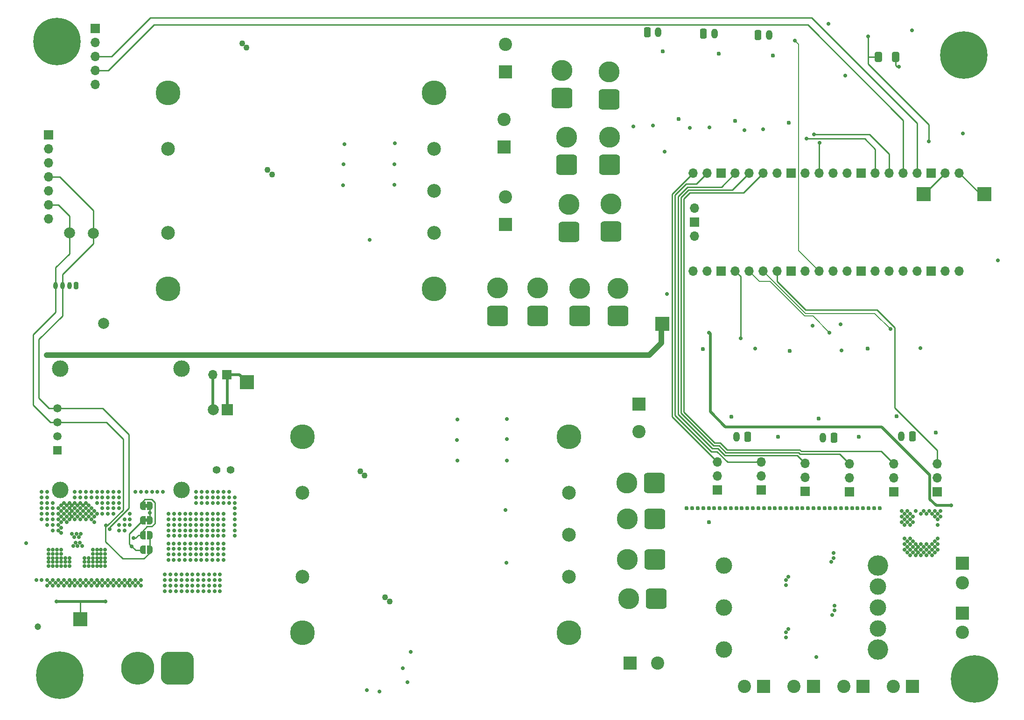
<source format=gbr>
%TF.GenerationSoftware,KiCad,Pcbnew,8.0.8-8.0.8-0~ubuntu22.04.1*%
%TF.CreationDate,2025-01-31T14:52:16-08:00*%
%TF.ProjectId,Backplane_Board,4261636b-706c-4616-9e65-5f426f617264,1*%
%TF.SameCoordinates,Original*%
%TF.FileFunction,Copper,L4,Bot*%
%TF.FilePolarity,Positive*%
%FSLAX46Y46*%
G04 Gerber Fmt 4.6, Leading zero omitted, Abs format (unit mm)*
G04 Created by KiCad (PCBNEW 8.0.8-8.0.8-0~ubuntu22.04.1) date 2025-01-31 14:52:16*
%MOMM*%
%LPD*%
G01*
G04 APERTURE LIST*
G04 Aperture macros list*
%AMRoundRect*
0 Rectangle with rounded corners*
0 $1 Rounding radius*
0 $2 $3 $4 $5 $6 $7 $8 $9 X,Y pos of 4 corners*
0 Add a 4 corners polygon primitive as box body*
4,1,4,$2,$3,$4,$5,$6,$7,$8,$9,$2,$3,0*
0 Add four circle primitives for the rounded corners*
1,1,$1+$1,$2,$3*
1,1,$1+$1,$4,$5*
1,1,$1+$1,$6,$7*
1,1,$1+$1,$8,$9*
0 Add four rect primitives between the rounded corners*
20,1,$1+$1,$2,$3,$4,$5,0*
20,1,$1+$1,$4,$5,$6,$7,0*
20,1,$1+$1,$6,$7,$8,$9,0*
20,1,$1+$1,$8,$9,$2,$3,0*%
%AMFreePoly0*
4,1,19,0.500000,-0.750000,0.000000,-0.750000,0.000000,-0.744911,-0.071157,-0.744911,-0.207708,-0.704816,-0.327430,-0.627875,-0.420627,-0.520320,-0.479746,-0.390866,-0.500000,-0.250000,-0.500000,0.250000,-0.479746,0.390866,-0.420627,0.520320,-0.327430,0.627875,-0.207708,0.704816,-0.071157,0.744911,0.000000,0.744911,0.000000,0.750000,0.500000,0.750000,0.500000,-0.750000,0.500000,-0.750000,
$1*%
%AMFreePoly1*
4,1,19,0.000000,0.744911,0.071157,0.744911,0.207708,0.704816,0.327430,0.627875,0.420627,0.520320,0.479746,0.390866,0.500000,0.250000,0.500000,-0.250000,0.479746,-0.390866,0.420627,-0.520320,0.327430,-0.627875,0.207708,-0.704816,0.071157,-0.744911,0.000000,-0.744911,0.000000,-0.750000,-0.500000,-0.750000,-0.500000,0.750000,0.000000,0.750000,0.000000,0.744911,0.000000,0.744911,
$1*%
G04 Aperture macros list end*
%TA.AperFunction,EtchedComponent*%
%ADD10C,0.000000*%
%TD*%
%TA.AperFunction,ComponentPad*%
%ADD11R,2.400000X2.400000*%
%TD*%
%TA.AperFunction,ComponentPad*%
%ADD12C,2.400000*%
%TD*%
%TA.AperFunction,ComponentPad*%
%ADD13R,1.700000X1.700000*%
%TD*%
%TA.AperFunction,ComponentPad*%
%ADD14O,1.700000X1.700000*%
%TD*%
%TA.AperFunction,ComponentPad*%
%ADD15RoundRect,0.760000X1.140000X1.140000X-1.140000X1.140000X-1.140000X-1.140000X1.140000X-1.140000X0*%
%TD*%
%TA.AperFunction,ComponentPad*%
%ADD16C,3.800000*%
%TD*%
%TA.AperFunction,ComponentPad*%
%ADD17RoundRect,0.250000X0.350000X0.650000X-0.350000X0.650000X-0.350000X-0.650000X0.350000X-0.650000X0*%
%TD*%
%TA.AperFunction,ComponentPad*%
%ADD18O,1.200000X1.800000*%
%TD*%
%TA.AperFunction,ComponentPad*%
%ADD19C,4.500000*%
%TD*%
%TA.AperFunction,ComponentPad*%
%ADD20C,2.500000*%
%TD*%
%TA.AperFunction,ComponentPad*%
%ADD21C,2.000000*%
%TD*%
%TA.AperFunction,ComponentPad*%
%ADD22RoundRect,0.250000X-0.350000X-0.650000X0.350000X-0.650000X0.350000X0.650000X-0.350000X0.650000X0*%
%TD*%
%TA.AperFunction,ComponentPad*%
%ADD23RoundRect,0.760000X1.140000X-1.140000X1.140000X1.140000X-1.140000X1.140000X-1.140000X-1.140000X0*%
%TD*%
%TA.AperFunction,ComponentPad*%
%ADD24C,0.900000*%
%TD*%
%TA.AperFunction,ComponentPad*%
%ADD25C,8.600000*%
%TD*%
%TA.AperFunction,ComponentPad*%
%ADD26R,2.000000X2.000000*%
%TD*%
%TA.AperFunction,ComponentPad*%
%ADD27C,1.400000*%
%TD*%
%TA.AperFunction,ComponentPad*%
%ADD28RoundRect,0.200000X0.200000X0.450000X-0.200000X0.450000X-0.200000X-0.450000X0.200000X-0.450000X0*%
%TD*%
%TA.AperFunction,ComponentPad*%
%ADD29O,0.800000X1.300000*%
%TD*%
%TA.AperFunction,ComponentPad*%
%ADD30RoundRect,1.500000X1.500000X1.500000X-1.500000X1.500000X-1.500000X-1.500000X1.500000X-1.500000X0*%
%TD*%
%TA.AperFunction,ComponentPad*%
%ADD31C,6.000000*%
%TD*%
%TA.AperFunction,ComponentPad*%
%ADD32R,1.508000X1.508000*%
%TD*%
%TA.AperFunction,ComponentPad*%
%ADD33C,1.508000*%
%TD*%
%TA.AperFunction,ComponentPad*%
%ADD34C,3.000000*%
%TD*%
%TA.AperFunction,SMDPad,CuDef*%
%ADD35R,2.500000X2.500000*%
%TD*%
%TA.AperFunction,ComponentPad*%
%ADD36C,3.700000*%
%TD*%
%TA.AperFunction,SMDPad,CuDef*%
%ADD37RoundRect,0.250000X-0.412500X-0.650000X0.412500X-0.650000X0.412500X0.650000X-0.412500X0.650000X0*%
%TD*%
%TA.AperFunction,SMDPad,CuDef*%
%ADD38FreePoly0,0.000000*%
%TD*%
%TA.AperFunction,SMDPad,CuDef*%
%ADD39FreePoly1,0.000000*%
%TD*%
%TA.AperFunction,ViaPad*%
%ADD40C,0.700000*%
%TD*%
%TA.AperFunction,ViaPad*%
%ADD41C,1.100000*%
%TD*%
%TA.AperFunction,ViaPad*%
%ADD42C,0.770000*%
%TD*%
%TA.AperFunction,ViaPad*%
%ADD43C,1.200000*%
%TD*%
%TA.AperFunction,Conductor*%
%ADD44C,0.500000*%
%TD*%
%TA.AperFunction,Conductor*%
%ADD45C,0.260000*%
%TD*%
%TA.AperFunction,Conductor*%
%ADD46C,1.000000*%
%TD*%
%TA.AperFunction,Conductor*%
%ADD47C,0.160000*%
%TD*%
%TA.AperFunction,Conductor*%
%ADD48C,0.200000*%
%TD*%
G04 APERTURE END LIST*
D10*
%TA.AperFunction,EtchedComponent*%
%TO.C,JP4*%
G36*
X54200000Y-113850000D02*
G01*
X53700000Y-113850000D01*
X53700000Y-113250000D01*
X54200000Y-113250000D01*
X54200000Y-113850000D01*
G37*
%TD.AperFunction*%
%TA.AperFunction,EtchedComponent*%
%TO.C,JP3*%
G36*
X54200000Y-116450000D02*
G01*
X53700000Y-116450000D01*
X53700000Y-115850000D01*
X54200000Y-115850000D01*
X54200000Y-116450000D01*
G37*
%TD.AperFunction*%
%TD*%
D11*
%TO.P,J8,1,Pin_1*%
%TO.N,GND*%
X202000000Y-124000000D03*
D12*
%TO.P,J8,2,Pin_2*%
%TO.N,+5V*%
X202000000Y-127500000D03*
%TD*%
D11*
%TO.P,C8,1*%
%TO.N,12V_ESC*%
X119100000Y-62500000D03*
D12*
%TO.P,C8,2*%
%TO.N,GND*%
X119100000Y-57500000D03*
%TD*%
D11*
%TO.P,C13,1*%
%TO.N,+12V*%
X141700000Y-142100000D03*
D12*
%TO.P,C13,2*%
%TO.N,GND*%
X146700000Y-142100000D03*
%TD*%
D11*
%TO.P,J19,1,Pin_1*%
%TO.N,GND*%
X192975000Y-146300000D03*
D12*
%TO.P,J19,2,Pin_2*%
%TO.N,+5V*%
X189475000Y-146300000D03*
%TD*%
D13*
%TO.P,J27,1,Pin_1*%
%TO.N,GND*%
X197450000Y-111000000D03*
D14*
%TO.P,J27,2,Pin_2*%
%TO.N,Net-(J27-Pin_2)*%
X197450000Y-108460000D03*
%TO.P,J27,3,Pin_3*%
%TO.N,SERVO0*%
X197450000Y-105920000D03*
%TD*%
D15*
%TO.P,J25,1,Pin_1*%
%TO.N,GND*%
X146100000Y-109400000D03*
D16*
%TO.P,J25,2,Pin_2*%
%TO.N,+12V*%
X141100000Y-109400000D03*
%TD*%
D17*
%TO.P,J42,1,Pin_1*%
%TO.N,Net-(D25-K)*%
X178697500Y-101187500D03*
D18*
%TO.P,J42,2,Pin_2*%
%TO.N,Net-(D25-A)*%
X176697500Y-101187500D03*
%TD*%
D19*
%TO.P,U3,1,+In*%
%TO.N,60V*%
X57895000Y-74155000D03*
D20*
%TO.P,U3,2,RC*%
%TO.N,KillSW*%
X57895000Y-63995000D03*
%TO.P,U3,3,Case*%
%TO.N,unconnected-(U3-Case-Pad3)*%
X57895000Y-48755000D03*
D19*
%TO.P,U3,4,-In*%
%TO.N,GND*%
X57895000Y-38595000D03*
%TO.P,U3,5,-Out*%
X106195000Y-38595000D03*
D20*
%TO.P,U3,6,-Sense*%
X106195000Y-48755000D03*
%TO.P,U3,7,V_adj*%
%TO.N,Net-(U3-V_adj)*%
X106195000Y-56375000D03*
%TO.P,U3,8,+Sense*%
%TO.N,12V_ESC*%
X106195000Y-63995000D03*
D19*
%TO.P,U3,9,+Out*%
X106195000Y-74155000D03*
%TD*%
D21*
%TO.P,TP8,1,1*%
%TO.N,GND*%
X46200000Y-80430000D03*
%TD*%
D11*
%TO.P,J20,1,Pin_1*%
%TO.N,GND*%
X174975000Y-146300000D03*
D12*
%TO.P,J20,2,Pin_2*%
%TO.N,+5V*%
X171475000Y-146300000D03*
%TD*%
D22*
%TO.P,J37,1,Pin_1*%
%TO.N,Net-(D14-K)*%
X164927187Y-28087262D03*
D18*
%TO.P,J37,2,Pin_2*%
%TO.N,Net-(D14-A)*%
X166927187Y-28087262D03*
%TD*%
D13*
%TO.P,J35,1,Pin_1*%
%TO.N,GND*%
X165525000Y-110712500D03*
D14*
%TO.P,J35,2,Pin_2*%
%TO.N,Net-(J35-Pin_2)*%
X165525000Y-108172500D03*
%TO.P,J35,3,Pin_3*%
%TO.N,SERVO4*%
X165525000Y-105632500D03*
%TD*%
D13*
%TO.P,J36,1,Pin_1*%
%TO.N,GND*%
X173500000Y-110925000D03*
D14*
%TO.P,J36,2,Pin_2*%
%TO.N,Net-(J36-Pin_2)*%
X173500000Y-108385000D03*
%TO.P,J36,3,Pin_3*%
%TO.N,SERVO3*%
X173500000Y-105845000D03*
%TD*%
D23*
%TO.P,J15,1,Pin_1*%
%TO.N,GND*%
X124950000Y-79050000D03*
D16*
%TO.P,J15,2,Pin_2*%
%TO.N,12V_ESC*%
X124950000Y-74050000D03*
%TD*%
D17*
%TO.P,J41,1,Pin_1*%
%TO.N,Net-(D24-K)*%
X192925037Y-100900000D03*
D18*
%TO.P,J41,2,Pin_2*%
%TO.N,Net-(D24-A)*%
X190925037Y-100900000D03*
%TD*%
D23*
%TO.P,J17,1,Pin_1*%
%TO.N,GND*%
X139550000Y-79075000D03*
D16*
%TO.P,J17,2,Pin_2*%
%TO.N,12V_ESC*%
X139550000Y-74075000D03*
%TD*%
D21*
%TO.P,TP1,1,1*%
%TO.N,I2C+*%
X44325000Y-64125000D03*
%TD*%
D24*
%TO.P,H2,1,1*%
%TO.N,GND*%
X199055419Y-31719581D03*
X200000000Y-29439162D03*
X200000000Y-34000000D03*
X202280419Y-28494581D03*
D25*
X202280419Y-31719581D03*
D24*
X202280419Y-34944581D03*
X204560838Y-29439162D03*
X204560838Y-34000000D03*
X205505419Y-31719581D03*
%TD*%
D11*
%TO.P,J6,1,Pin_1*%
%TO.N,GND*%
X202000000Y-133000000D03*
D12*
%TO.P,J6,2,Pin_2*%
%TO.N,+5V*%
X202000000Y-136500000D03*
%TD*%
D23*
%TO.P,J9,1,Pin_1*%
%TO.N,GND*%
X138250000Y-63800000D03*
D16*
%TO.P,J9,2,Pin_2*%
%TO.N,12V_ESC*%
X138250000Y-58800000D03*
%TD*%
D26*
%TO.P,SW1,1,A*%
%TO.N,KillSW*%
X68625000Y-96075000D03*
D21*
%TO.P,SW1,2,B*%
%TO.N,GND*%
X66085000Y-96075000D03*
%TD*%
D13*
%TO.P,J29,1,Pin_1*%
%TO.N,GND*%
X181500000Y-111000000D03*
D14*
%TO.P,J29,2,Pin_2*%
%TO.N,Net-(J29-Pin_2)*%
X181500000Y-108460000D03*
%TO.P,J29,3,Pin_3*%
%TO.N,SERVO2*%
X181500000Y-105920000D03*
%TD*%
D27*
%TO.P,J26,1,Pin_1*%
%TO.N,60V*%
X69250000Y-107000000D03*
%TO.P,J26,2,Pin_2*%
%TO.N,GND*%
X66710000Y-107000000D03*
%TD*%
D28*
%TO.P,J31,1,Pin_1*%
%TO.N,GND*%
X41250000Y-73600000D03*
D29*
%TO.P,J31,2,Pin_2*%
%TO.N,+3.3V*%
X40000000Y-73600000D03*
%TO.P,J31,3,Pin_3*%
%TO.N,I2C+*%
X38750000Y-73600000D03*
%TO.P,J31,4,Pin_4*%
%TO.N,I2C-*%
X37500000Y-73600000D03*
%TD*%
D19*
%TO.P,U4,1,+In*%
%TO.N,60V*%
X82300000Y-136580000D03*
D20*
%TO.P,U4,2,RC*%
%TO.N,GND*%
X82300000Y-126420000D03*
%TO.P,U4,3,Case*%
%TO.N,unconnected-(U4-Case-Pad3)*%
X82300000Y-111180000D03*
D19*
%TO.P,U4,4,-In*%
%TO.N,GND*%
X82300000Y-101020000D03*
%TO.P,U4,5,-Out*%
X130600000Y-101020000D03*
D20*
%TO.P,U4,6,-Sense*%
X130600000Y-111180000D03*
%TO.P,U4,7,V_adj*%
%TO.N,Net-(U4-V_adj)*%
X130600000Y-118800000D03*
%TO.P,U4,8,+Sense*%
%TO.N,+12V*%
X130600000Y-126420000D03*
D19*
%TO.P,U4,9,+Out*%
X130600000Y-136580000D03*
%TD*%
D13*
%TO.P,J4,1,Pin_1*%
%TO.N,+3.3V*%
X36200000Y-46260000D03*
D14*
%TO.P,J4,2,Pin_2*%
%TO.N,unconnected-(J4-Pin_2-Pad2)*%
X36200000Y-48800000D03*
%TO.P,J4,3,Pin_3*%
%TO.N,GND*%
X36200000Y-51340000D03*
%TO.P,J4,4,Pin_4*%
%TO.N,I2C+*%
X36200000Y-53880000D03*
%TO.P,J4,5,Pin_5*%
%TO.N,unconnected-(J4-Pin_5-Pad5)*%
X36200000Y-56420000D03*
%TO.P,J4,6,Pin_6*%
%TO.N,I2C-*%
X36200000Y-58960000D03*
%TO.P,J4,7,Pin_7*%
%TO.N,unconnected-(J4-Pin_7-Pad7)*%
X36200000Y-61500000D03*
%TD*%
D23*
%TO.P,J16,1,Pin_1*%
%TO.N,GND*%
X132600000Y-79100000D03*
D16*
%TO.P,J16,2,Pin_2*%
%TO.N,12V_ESC*%
X132600000Y-74100000D03*
%TD*%
D11*
%TO.P,J21,1,Pin_1*%
%TO.N,GND*%
X165975000Y-146300000D03*
D12*
%TO.P,J21,2,Pin_2*%
%TO.N,+5V*%
X162475000Y-146300000D03*
%TD*%
D15*
%TO.P,J22,1,Pin_1*%
%TO.N,GND*%
X146450000Y-130375000D03*
D16*
%TO.P,J22,2,Pin_2*%
%TO.N,+12V*%
X141450000Y-130375000D03*
%TD*%
D13*
%TO.P,J34,1,Pin_1*%
%TO.N,GND*%
X157575000Y-110650000D03*
D14*
%TO.P,J34,2,Pin_2*%
%TO.N,Net-(J34-Pin_2)*%
X157575000Y-108110000D03*
%TO.P,J34,3,Pin_3*%
%TO.N,SERVO5*%
X157575000Y-105570000D03*
%TD*%
D15*
%TO.P,J24,1,Pin_1*%
%TO.N,GND*%
X146200000Y-115881600D03*
D16*
%TO.P,J24,2,Pin_2*%
%TO.N,+12V*%
X141200000Y-115881600D03*
%TD*%
D15*
%TO.P,J23,1,Pin_1*%
%TO.N,GND*%
X146224600Y-123300000D03*
D16*
%TO.P,J23,2,Pin_2*%
%TO.N,+12V*%
X141224600Y-123300000D03*
%TD*%
D13*
%TO.P,J28,1,Pin_1*%
%TO.N,GND*%
X189550000Y-111000000D03*
D14*
%TO.P,J28,2,Pin_2*%
%TO.N,Net-(J28-Pin_2)*%
X189550000Y-108460000D03*
%TO.P,J28,3,Pin_3*%
%TO.N,SERVO1*%
X189550000Y-105920000D03*
%TD*%
D23*
%TO.P,J12,1,Pin_1*%
%TO.N,GND*%
X137975000Y-51625000D03*
D16*
%TO.P,J12,2,Pin_2*%
%TO.N,12V_ESC*%
X137975000Y-46625000D03*
%TD*%
D11*
%TO.P,J7,1,Pin_1*%
%TO.N,GND*%
X183975000Y-146300000D03*
D12*
%TO.P,J7,2,Pin_2*%
%TO.N,+5V*%
X180475000Y-146300000D03*
%TD*%
D24*
%TO.P,H4,1,1*%
%TO.N,GND*%
X34494581Y-29280419D03*
X35439162Y-27000000D03*
X35439162Y-31560838D03*
X37719581Y-26055419D03*
D25*
X37719581Y-29280419D03*
D24*
X37719581Y-32505419D03*
X40000000Y-27000000D03*
X40000000Y-31560838D03*
X40944581Y-29280419D03*
%TD*%
%TO.P,H1,1,1*%
%TO.N,GND*%
X201000000Y-145000000D03*
X201944581Y-142719581D03*
X201944581Y-147280419D03*
X204225000Y-141775000D03*
D25*
X204225000Y-145000000D03*
D24*
X204225000Y-148225000D03*
X206505419Y-142719581D03*
X206505419Y-147280419D03*
X207450000Y-145000000D03*
%TD*%
D11*
%TO.P,C14,1*%
%TO.N,+12V*%
X143300000Y-95050000D03*
D12*
%TO.P,C14,2*%
%TO.N,GND*%
X143300000Y-100050000D03*
%TD*%
D17*
%TO.P,J40,1,Pin_1*%
%TO.N,Net-(D21-K)*%
X163019925Y-101000000D03*
D18*
%TO.P,J40,2,Pin_2*%
%TO.N,Net-(D21-A)*%
X161019925Y-101000000D03*
%TD*%
D21*
%TO.P,TP2,1,1*%
%TO.N,I2C-*%
X40000000Y-64000000D03*
%TD*%
D13*
%TO.P,J5,1,Pin_1*%
%TO.N,KillSW*%
X68555000Y-89775000D03*
D14*
%TO.P,J5,2,Pin_2*%
%TO.N,GND*%
X66015000Y-89775000D03*
%TD*%
%TO.P,U6,1,GPIO0*%
%TO.N,UART(TX)*%
X201445000Y-53170000D03*
%TO.P,U6,2,GPIO1*%
%TO.N,UART(RX)*%
X198905000Y-53170000D03*
D13*
%TO.P,U6,3,GND*%
%TO.N,GND*%
X196365000Y-53170000D03*
D14*
%TO.P,U6,4,GPIO2*%
%TO.N,I2C+*%
X193825000Y-53170000D03*
%TO.P,U6,5,GPIO3*%
%TO.N,I2C-*%
X191285000Y-53170000D03*
%TO.P,U6,6,GPIO4*%
%TO.N,SW2*%
X188745000Y-53170000D03*
%TO.P,U6,7,GPIO5*%
%TO.N,SW0*%
X186205000Y-53170000D03*
D13*
%TO.P,U6,8,GND*%
%TO.N,GND*%
X183665000Y-53170000D03*
D14*
%TO.P,U6,9,GPIO6*%
%TO.N,SCK*%
X181125000Y-53170000D03*
%TO.P,U6,10,GPIO7*%
%TO.N,MOSI*%
X178585000Y-53170000D03*
%TO.P,U6,11,GPIO8*%
%TO.N,MISO*%
X176045000Y-53170000D03*
%TO.P,U6,12,GPIO9*%
%TO.N,CS*%
X173505000Y-53170000D03*
D13*
%TO.P,U6,13,GND*%
%TO.N,GND*%
X170965000Y-53170000D03*
D14*
%TO.P,U6,14,GPIO10*%
%TO.N,SW1*%
X168425000Y-53170000D03*
%TO.P,U6,15,GPIO11*%
%TO.N,SERVO1*%
X165885000Y-53170000D03*
%TO.P,U6,16,GPIO12*%
%TO.N,SERVO2*%
X163345000Y-53170000D03*
%TO.P,U6,17,GPIO13*%
%TO.N,SERVO3*%
X160805000Y-53170000D03*
D13*
%TO.P,U6,18,GND*%
%TO.N,GND*%
X158265000Y-53170000D03*
D14*
%TO.P,U6,19,GPIO14*%
%TO.N,SERVO4*%
X155725000Y-53170000D03*
%TO.P,U6,20,GPIO15*%
%TO.N,SERVO5*%
X153185000Y-53170000D03*
%TO.P,U6,21,GPIO16*%
%TO.N,esc_status*%
X153185000Y-70950000D03*
%TO.P,U6,22,GPIO17*%
%TO.N,ALERT*%
X155725000Y-70950000D03*
D13*
%TO.P,U6,23,GND*%
%TO.N,GND*%
X158265000Y-70950000D03*
D14*
%TO.P,U6,24,GPIO18*%
%TO.N,SW5*%
X160805000Y-70950000D03*
%TO.P,U6,25,GPIO19*%
%TO.N,SW4*%
X163345000Y-70950000D03*
%TO.P,U6,26,GPIO20*%
%TO.N,SW3*%
X165885000Y-70950000D03*
%TO.P,U6,27,GPIO21*%
%TO.N,SERVO0*%
X168425000Y-70950000D03*
D13*
%TO.P,U6,28,GND*%
%TO.N,GND*%
X170965000Y-70950000D03*
D14*
%TO.P,U6,29,GPIO22*%
%TO.N,Net-(U6-GPIO22)*%
X173505000Y-70950000D03*
%TO.P,U6,30,RUN*%
%TO.N,RUN*%
X176045000Y-70950000D03*
%TO.P,U6,31,GPIO26_ADC0*%
%TO.N,Net-(U6-GPIO26_ADC0)*%
X178585000Y-70950000D03*
%TO.P,U6,32,GPIO27_ADC1*%
%TO.N,unconnected-(U6-GPIO27_ADC1-Pad32)*%
X181125000Y-70950000D03*
D13*
%TO.P,U6,33,AGND*%
%TO.N,GND*%
X183665000Y-70950000D03*
D14*
%TO.P,U6,34,GPIO28_ADC2*%
%TO.N,unconnected-(U6-GPIO28_ADC2-Pad34)_1*%
X186205000Y-70950000D03*
%TO.P,U6,35,ADC_VREF*%
%TO.N,unconnected-(U6-ADC_VREF-Pad35)*%
X188745000Y-70950000D03*
%TO.P,U6,36,3V3*%
%TO.N,+3.3V*%
X191285000Y-70950000D03*
%TO.P,U6,37,3V3_EN*%
%TO.N,unconnected-(U6-3V3_EN-Pad37)*%
X193825000Y-70950000D03*
D13*
%TO.P,U6,38,GND*%
%TO.N,GND*%
X196365000Y-70950000D03*
D14*
%TO.P,U6,39,VSYS*%
%TO.N,Net-(D6-K)*%
X198905000Y-70950000D03*
%TO.P,U6,40,VBUS*%
%TO.N,unconnected-(U6-VBUS-Pad40)_1*%
X201445000Y-70950000D03*
%TO.P,U6,41,SWCLK*%
%TO.N,/BoardBoardConnections/DEBUG+*%
X153415000Y-59520000D03*
D13*
%TO.P,U6,42,GND*%
%TO.N,GND*%
X153415000Y-62060000D03*
D14*
%TO.P,U6,43,SWDIO*%
%TO.N,/BoardBoardConnections/DEBUG-*%
X153415000Y-64600000D03*
%TD*%
D13*
%TO.P,J32,1,Pin_1*%
%TO.N,+3.3V*%
X44700000Y-26935000D03*
D14*
%TO.P,J32,2,Pin_2*%
%TO.N,RUN*%
X44700000Y-29475000D03*
%TO.P,J32,3,Pin_3*%
%TO.N,I2C+*%
X44700000Y-32015000D03*
%TO.P,J32,4,Pin_4*%
%TO.N,I2C-*%
X44700000Y-34555000D03*
%TO.P,J32,5,Pin_5*%
%TO.N,GND*%
X44700000Y-37095000D03*
%TD*%
D11*
%TO.P,C7,1*%
%TO.N,12V_ESC*%
X118900000Y-48415216D03*
D12*
%TO.P,C7,2*%
%TO.N,GND*%
X118900000Y-43415216D03*
%TD*%
D30*
%TO.P,J3,1,Pin_1*%
%TO.N,GND*%
X59600000Y-143000000D03*
D31*
%TO.P,J3,2,Pin_2*%
%TO.N,PWR_IN*%
X52400000Y-143000000D03*
%TD*%
D24*
%TO.P,H3,1,1*%
%TO.N,GND*%
X35055419Y-144280419D03*
X36000000Y-142000000D03*
X36000000Y-146560838D03*
X38280419Y-141055419D03*
D25*
X38280419Y-144280419D03*
D24*
X38280419Y-147505419D03*
X40560838Y-142000000D03*
X40560838Y-146560838D03*
X41505419Y-144280419D03*
%TD*%
D32*
%TO.P,Brd1,1,GND*%
%TO.N,GND*%
X37875000Y-103460000D03*
D33*
%TO.P,Brd1,2,VCC*%
%TO.N,+3.3V*%
X37875000Y-100920000D03*
%TO.P,Brd1,3,SCL*%
%TO.N,I2C-*%
X37875000Y-98380000D03*
%TO.P,Brd1,4,SDA*%
%TO.N,I2C+*%
X37875000Y-95840000D03*
D34*
%TO.P,Brd1,S1*%
%TO.N,N/C*%
X38375000Y-110650000D03*
%TO.P,Brd1,S2*%
X38375000Y-88650000D03*
%TO.P,Brd1,S3*%
X60375000Y-88650000D03*
%TO.P,Brd1,S4*%
X60375000Y-110650000D03*
%TD*%
D23*
%TO.P,J10,1,Pin_1*%
%TO.N,GND*%
X130600000Y-63875000D03*
D16*
%TO.P,J10,2,Pin_2*%
%TO.N,12V_ESC*%
X130600000Y-58875000D03*
%TD*%
D23*
%TO.P,J18,1,Pin_1*%
%TO.N,GND*%
X137900000Y-39800000D03*
D16*
%TO.P,J18,2,Pin_2*%
%TO.N,12V_ESC*%
X137900000Y-34800000D03*
%TD*%
D23*
%TO.P,J11,1,Pin_1*%
%TO.N,GND*%
X129325000Y-39525000D03*
D16*
%TO.P,J11,2,Pin_2*%
%TO.N,12V_ESC*%
X129325000Y-34525000D03*
%TD*%
D23*
%TO.P,J13,1,Pin_1*%
%TO.N,GND*%
X130175000Y-51625000D03*
D16*
%TO.P,J13,2,Pin_2*%
%TO.N,12V_ESC*%
X130175000Y-46625000D03*
%TD*%
D23*
%TO.P,J14,1,Pin_1*%
%TO.N,GND*%
X117700000Y-79050000D03*
D16*
%TO.P,J14,2,Pin_2*%
%TO.N,12V_ESC*%
X117700000Y-74050000D03*
%TD*%
D22*
%TO.P,J38,1,Pin_1*%
%TO.N,Net-(D15-K)*%
X155025000Y-27900000D03*
D18*
%TO.P,J38,2,Pin_2*%
%TO.N,Net-(D15-A)*%
X157025000Y-27900000D03*
%TD*%
D22*
%TO.P,J39,1,Pin_1*%
%TO.N,Net-(D16-K)*%
X144841250Y-27581325D03*
D18*
%TO.P,J39,2,Pin_2*%
%TO.N,Net-(D16-A)*%
X146841250Y-27581325D03*
%TD*%
D11*
%TO.P,C6,1*%
%TO.N,12V_ESC*%
X119100000Y-34815216D03*
D12*
%TO.P,C6,2*%
%TO.N,GND*%
X119100000Y-29815216D03*
%TD*%
D35*
%TO.P,TP7,1,1*%
%TO.N,+3.3V*%
X147599400Y-80543400D03*
%TD*%
D34*
%TO.P,U5,1,+VIN*%
%TO.N,+12V*%
X158725000Y-139590000D03*
%TO.P,U5,2,ON/OFF*%
%TO.N,GND*%
X158725000Y-131970000D03*
%TO.P,U5,3,-VIN*%
X158725000Y-124350000D03*
D36*
%TO.P,U5,4,-VO*%
X186665000Y-124350000D03*
D34*
%TO.P,U5,5,SENSE*%
X186665000Y-128160000D03*
%TO.P,U5,6,TRIM*%
%TO.N,Net-(U5-TRIM)*%
X186665000Y-131970000D03*
%TO.P,U5,7,SENSE*%
%TO.N,+5V*%
X186665000Y-135780000D03*
D36*
%TO.P,U5,8,+VO*%
X186665000Y-139590000D03*
%TD*%
D35*
%TO.P,TP6,1,1*%
%TO.N,KillSW*%
X72212200Y-91109800D03*
%TD*%
%TO.P,TP5,1,1*%
%TO.N,Net-(D1-A)*%
X41986200Y-134162800D03*
%TD*%
%TO.P,TP3,1,1*%
%TO.N,UART(TX)*%
X206000000Y-57000000D03*
%TD*%
D37*
%TO.P,C27,1*%
%TO.N,+3.3V*%
X186775000Y-32100000D03*
%TO.P,C27,2*%
%TO.N,GND*%
X189900000Y-32100000D03*
%TD*%
D38*
%TO.P,JP4,1,A*%
%TO.N,A0*%
X53300000Y-113550000D03*
D39*
%TO.P,JP4,2,B*%
%TO.N,GND*%
X54600000Y-113550000D03*
%TD*%
D38*
%TO.P,JP2,1,A*%
%TO.N,A0*%
X53300000Y-118850000D03*
D39*
%TO.P,JP2,2,B*%
%TO.N,I2C-*%
X54600000Y-118850000D03*
%TD*%
D38*
%TO.P,JP1,1,A*%
%TO.N,A1*%
X53300000Y-121550000D03*
D39*
%TO.P,JP1,2,B*%
%TO.N,I2C-*%
X54600000Y-121550000D03*
%TD*%
D38*
%TO.P,JP3,1,A*%
%TO.N,A1*%
X53300000Y-116150000D03*
D39*
%TO.P,JP3,2,B*%
%TO.N,GND*%
X54600000Y-116150000D03*
%TD*%
D35*
%TO.P,TP4,1,1*%
%TO.N,UART(RX)*%
X195000000Y-57000000D03*
%TD*%
D40*
%TO.N,60V*%
X43000000Y-115000000D03*
X40000000Y-113000000D03*
X46000000Y-111000000D03*
X68000000Y-112000000D03*
X70000000Y-116000000D03*
X70000000Y-118000000D03*
X40500000Y-115500000D03*
X50000000Y-116000000D03*
X65000000Y-117000000D03*
D41*
X75979754Y-52579754D03*
D40*
X68000000Y-118000000D03*
X66000000Y-112000000D03*
X36000000Y-114000000D03*
X38000000Y-116000000D03*
X65000000Y-112000000D03*
X53000000Y-111000000D03*
X35000000Y-115000000D03*
X69000000Y-112000000D03*
X64000000Y-116000000D03*
X61000000Y-115000000D03*
X67000000Y-112000000D03*
X41000000Y-114000000D03*
X42500000Y-115500000D03*
X63000000Y-117000000D03*
X46000000Y-113000000D03*
X51000000Y-117000000D03*
X44000000Y-114000000D03*
X49000000Y-118000000D03*
X38500000Y-114500000D03*
X70000000Y-117000000D03*
X54000000Y-111000000D03*
X52000000Y-111000000D03*
X35000000Y-112000000D03*
X70000000Y-115000000D03*
X35000000Y-111000000D03*
X38500000Y-115500000D03*
X67000000Y-111000000D03*
X69000000Y-113000000D03*
X37000000Y-113000000D03*
X70000000Y-112000000D03*
X51000000Y-115000000D03*
X66000000Y-115000000D03*
X96261800Y-147238200D03*
X61000000Y-117000000D03*
X66000000Y-113000000D03*
X40500000Y-118600000D03*
X57000000Y-111000000D03*
X63000000Y-112000000D03*
X38500000Y-117500000D03*
X42100000Y-118600000D03*
X38500000Y-118500000D03*
X49000000Y-111000000D03*
X50000000Y-117000000D03*
X64000000Y-119000000D03*
X67000000Y-115000000D03*
X41000000Y-111000000D03*
X62000000Y-117000000D03*
X43500000Y-113500000D03*
X39500000Y-116500000D03*
X68000000Y-111000000D03*
X58000000Y-116000000D03*
D41*
X97282500Y-130107500D03*
D40*
X67000000Y-117000000D03*
X59000000Y-116000000D03*
X43500000Y-114500000D03*
X62000000Y-116000000D03*
X35000000Y-114000000D03*
X45000000Y-115000000D03*
X67000000Y-116000000D03*
X60000000Y-116000000D03*
X62000000Y-118000000D03*
X38000000Y-114000000D03*
X59000000Y-118000000D03*
X45000000Y-112000000D03*
X59000000Y-119000000D03*
X39000000Y-114000000D03*
X48000000Y-111000000D03*
X39000000Y-113000000D03*
X48000000Y-114000000D03*
X39500000Y-113500000D03*
X35000000Y-113000000D03*
X39000000Y-116000000D03*
X64000000Y-111000000D03*
X46000000Y-115000000D03*
X63000000Y-116000000D03*
X66000000Y-116000000D03*
X65000000Y-111000000D03*
X61000000Y-119000000D03*
X37000000Y-118000000D03*
X45000000Y-111000000D03*
X36000000Y-115000000D03*
X42000000Y-114000000D03*
X42000000Y-116000000D03*
X60000000Y-117000000D03*
X38000000Y-118000000D03*
X64000000Y-112000000D03*
X40000000Y-114000000D03*
X59000000Y-115000000D03*
X41000000Y-116000000D03*
X61000000Y-116000000D03*
X60000000Y-118000000D03*
X65000000Y-115000000D03*
X62000000Y-119000000D03*
X48000000Y-115000000D03*
X42500000Y-114500000D03*
X67000000Y-119000000D03*
X66000000Y-119000000D03*
X41000000Y-112000000D03*
X49000000Y-113000000D03*
X59000000Y-117000000D03*
X63000000Y-115000000D03*
X66000000Y-117000000D03*
X36000000Y-112000000D03*
X48000000Y-113000000D03*
X46000000Y-114000000D03*
X63000000Y-111000000D03*
X40900000Y-119200000D03*
X38000000Y-117000000D03*
X51000000Y-116000000D03*
X50000000Y-118000000D03*
X43500000Y-115500000D03*
X43000000Y-112000000D03*
X64000000Y-113000000D03*
X41500000Y-115500000D03*
X49000000Y-112000000D03*
X58000000Y-115000000D03*
X41000000Y-115000000D03*
X70000000Y-114000000D03*
D41*
X98102745Y-130927745D03*
D40*
X41700000Y-119200000D03*
X66000000Y-118000000D03*
X44000000Y-115000000D03*
X63000000Y-113000000D03*
X41300000Y-118600000D03*
X36000000Y-113000000D03*
X37000000Y-116000000D03*
X41500000Y-114500000D03*
X47000000Y-113000000D03*
X68000000Y-113000000D03*
X44000000Y-116000000D03*
X43000000Y-113000000D03*
X36000000Y-111000000D03*
X64000000Y-118000000D03*
X41000000Y-113000000D03*
X70000000Y-119000000D03*
X60000000Y-115000000D03*
X36000000Y-117000000D03*
X47000000Y-112000000D03*
X58000000Y-118000000D03*
X37000000Y-117000000D03*
X43000000Y-114000000D03*
X42000000Y-113000000D03*
X37000000Y-114000000D03*
X69000000Y-111000000D03*
X40000000Y-116000000D03*
X68000000Y-116000000D03*
X58000000Y-119000000D03*
X68000000Y-117000000D03*
X44500000Y-116500000D03*
X39500000Y-115500000D03*
X67000000Y-113000000D03*
X48000000Y-112000000D03*
X64000000Y-117000000D03*
X60000000Y-119000000D03*
X45000000Y-113000000D03*
X44500000Y-115500000D03*
X43000000Y-111000000D03*
X65000000Y-118000000D03*
X68000000Y-115000000D03*
X61000000Y-118000000D03*
X44000000Y-111000000D03*
X43000000Y-116000000D03*
X49000000Y-114000000D03*
X63000000Y-118000000D03*
X49000000Y-117000000D03*
X63000000Y-119000000D03*
X40000000Y-115000000D03*
X37000000Y-115000000D03*
X38500000Y-116500000D03*
X38500000Y-113500000D03*
D41*
X76800000Y-53400000D03*
D40*
X65000000Y-119000000D03*
X62000000Y-115000000D03*
X39500000Y-114500000D03*
X38000000Y-115000000D03*
X42000000Y-115000000D03*
X47000000Y-115000000D03*
X46000000Y-112000000D03*
X47000000Y-114000000D03*
X70000000Y-113000000D03*
X67000000Y-118000000D03*
X47000000Y-111000000D03*
X39000000Y-115000000D03*
X41500000Y-113500000D03*
X55000000Y-111000000D03*
X65000000Y-116000000D03*
X35000000Y-116000000D03*
X42500000Y-113500000D03*
X40500000Y-114500000D03*
X44000000Y-112000000D03*
X68000000Y-119000000D03*
X36000000Y-116000000D03*
X44500000Y-114500000D03*
X66000000Y-111000000D03*
X64000000Y-115000000D03*
X40500000Y-113500000D03*
X56000000Y-111000000D03*
X58000000Y-117000000D03*
X65000000Y-113000000D03*
X42000000Y-112000000D03*
X42000000Y-111000000D03*
%TO.N,GND*%
X119275000Y-123900000D03*
X164407406Y-84975000D03*
D42*
X170554762Y-44059687D03*
D40*
X170025000Y-137450000D03*
D42*
X160748712Y-43723713D03*
D40*
X94500000Y-65250000D03*
D42*
X156000000Y-116500000D03*
D40*
X148425000Y-75125000D03*
X32200000Y-120300000D03*
X89875000Y-47900000D03*
X54600000Y-114850000D03*
X170412500Y-135912500D03*
D42*
X147641250Y-31081325D03*
D40*
X170025000Y-127000000D03*
X180087481Y-85350000D03*
D41*
X93570000Y-108070000D03*
D40*
X202064760Y-45981760D03*
X110337500Y-101625000D03*
X101974300Y-140050000D03*
D41*
X92749754Y-107249754D03*
D40*
X145886212Y-44529963D03*
D41*
X71329754Y-29604754D03*
D40*
X170025000Y-136500000D03*
X192875000Y-27300000D03*
X110387500Y-105375000D03*
X94000000Y-147000000D03*
X89725000Y-51600000D03*
D42*
X154903675Y-85143675D03*
D40*
X101324300Y-145575000D03*
X170412500Y-126412500D03*
D41*
X72150000Y-30425000D03*
D42*
X175908750Y-97681175D03*
D43*
X34290000Y-135497500D03*
D40*
X156078712Y-44923713D03*
X175525000Y-140950000D03*
X100500000Y-143000000D03*
X177750000Y-26050000D03*
X194400000Y-84900000D03*
D42*
X157839962Y-31480038D03*
D40*
X147950000Y-49300000D03*
D42*
X184836325Y-85021250D03*
D40*
X179875000Y-80600000D03*
X89637500Y-55350000D03*
D42*
X190036325Y-97271250D03*
D40*
X190475000Y-33850000D03*
X180775000Y-35475000D03*
D42*
X170708750Y-85431175D03*
D40*
X110437500Y-97875000D03*
D42*
X150550000Y-43325000D03*
D40*
X165861012Y-45235937D03*
D42*
X167604762Y-31809687D03*
D40*
X170025000Y-127950000D03*
X174800000Y-80875000D03*
D42*
X160103675Y-97393675D03*
D40*
%TO.N,+3.3V*%
X208435000Y-69000000D03*
X147400000Y-84000000D03*
X184888260Y-28413260D03*
X195900000Y-47425000D03*
X35900000Y-86200000D03*
%TO.N,12V_ESC*%
X152525000Y-44937501D03*
X142286212Y-44704963D03*
X99000000Y-51600000D03*
X99000000Y-55300000D03*
X162477187Y-45382112D03*
X99050000Y-47800000D03*
%TO.N,SHUNT+*%
X64340000Y-129020000D03*
X36250000Y-121500000D03*
X59340000Y-126020000D03*
X41000000Y-127000000D03*
X44250000Y-122250000D03*
X37750000Y-123750000D03*
X38000000Y-128000000D03*
X44250000Y-121500000D03*
X45750000Y-121500000D03*
X65340000Y-129020000D03*
X45000000Y-128000000D03*
X66340000Y-128020000D03*
X45500000Y-127500000D03*
X60950000Y-122380000D03*
X60340000Y-128020000D03*
X40000000Y-128000000D03*
X43000000Y-127000000D03*
X60950000Y-121380000D03*
X62340000Y-126020000D03*
X37750000Y-124500000D03*
X52500000Y-127500000D03*
X59340000Y-127020000D03*
X44000000Y-127000000D03*
X63340000Y-126020000D03*
X41100000Y-120200000D03*
X59340000Y-128020000D03*
X45000000Y-127000000D03*
X44000000Y-128000000D03*
X40000000Y-123750000D03*
X46500000Y-123750000D03*
X59340000Y-129020000D03*
X36250000Y-123750000D03*
X47500000Y-127500000D03*
X62950000Y-121380000D03*
X45000000Y-122250000D03*
X66950000Y-120380000D03*
X43500000Y-127500000D03*
X62950000Y-120380000D03*
X52000000Y-127000000D03*
X63950000Y-123380000D03*
X37000000Y-123750000D03*
X42000000Y-127000000D03*
X44500000Y-127500000D03*
X58950000Y-120380000D03*
X41900000Y-120200000D03*
X43000000Y-128000000D03*
X62340000Y-127020000D03*
X65950000Y-122380000D03*
X34000000Y-127000000D03*
X46000000Y-127000000D03*
X44250000Y-123750000D03*
X35000000Y-127000000D03*
X49500000Y-127500000D03*
X37750000Y-123000000D03*
X60950000Y-120380000D03*
X64340000Y-127020000D03*
X58340000Y-129020000D03*
X60340000Y-129020000D03*
X59950000Y-122380000D03*
X61950000Y-121380000D03*
X42300000Y-120800000D03*
X38500000Y-123000000D03*
X66950000Y-123380000D03*
X58950000Y-123380000D03*
X48500000Y-127500000D03*
X46500000Y-124500000D03*
X61340000Y-128020000D03*
X50000000Y-127000000D03*
X37000000Y-124500000D03*
X50000000Y-128000000D03*
X63340000Y-129020000D03*
X58340000Y-126020000D03*
X67340000Y-126020000D03*
X38500000Y-127500000D03*
X47000000Y-128000000D03*
X67950000Y-121380000D03*
X63950000Y-121380000D03*
X44250000Y-124500000D03*
X48000000Y-128000000D03*
X39250000Y-123000000D03*
X43500000Y-123750000D03*
X65950000Y-120380000D03*
X42500000Y-127500000D03*
X46500000Y-122250000D03*
X39250000Y-123750000D03*
X39250000Y-124500000D03*
X45000000Y-121500000D03*
X40000000Y-124500000D03*
X61950000Y-122380000D03*
X40500000Y-127500000D03*
X38500000Y-123750000D03*
X39500000Y-127500000D03*
X45000000Y-124500000D03*
X42750000Y-123750000D03*
X64950000Y-120380000D03*
X60950000Y-123380000D03*
X37750000Y-121500000D03*
X42000000Y-128000000D03*
X59950000Y-123380000D03*
X39000000Y-127000000D03*
X51000000Y-128000000D03*
X63340000Y-128020000D03*
X36250000Y-123000000D03*
X64340000Y-128020000D03*
X57950000Y-123380000D03*
X37000000Y-123000000D03*
X66340000Y-127020000D03*
X45750000Y-123750000D03*
X51000000Y-127000000D03*
X66950000Y-121380000D03*
X41500000Y-120800000D03*
X46500000Y-121500000D03*
X43500000Y-123000000D03*
X62950000Y-122380000D03*
X39000000Y-128000000D03*
X62340000Y-129020000D03*
X38000000Y-127000000D03*
X47000000Y-127000000D03*
X40000000Y-123000000D03*
X36250000Y-122250000D03*
X66950000Y-122380000D03*
X45750000Y-122250000D03*
X57950000Y-122380000D03*
X63950000Y-120380000D03*
X37500000Y-127500000D03*
X50500000Y-127500000D03*
X53000000Y-128000000D03*
X62950000Y-123380000D03*
X57950000Y-120380000D03*
X49000000Y-127000000D03*
X61340000Y-127020000D03*
X38500000Y-122250000D03*
X38500000Y-121500000D03*
X44250000Y-123000000D03*
X36500000Y-127500000D03*
X45750000Y-123000000D03*
X65340000Y-128020000D03*
X60340000Y-127020000D03*
X61950000Y-123380000D03*
X67950000Y-120380000D03*
X59950000Y-120380000D03*
X58340000Y-127020000D03*
X40700000Y-120800000D03*
X40000000Y-127000000D03*
X41000000Y-128000000D03*
X57340000Y-126020000D03*
X57950000Y-121380000D03*
X62340000Y-128020000D03*
X42750000Y-124500000D03*
X45750000Y-124500000D03*
X58950000Y-122380000D03*
X65340000Y-127020000D03*
X67950000Y-122380000D03*
X51500000Y-127500000D03*
X66340000Y-129020000D03*
X48000000Y-127000000D03*
X65950000Y-123380000D03*
X37000000Y-128000000D03*
X64340000Y-126020000D03*
X60340000Y-126020000D03*
X67340000Y-128020000D03*
X37000000Y-121500000D03*
X64950000Y-122380000D03*
X63950000Y-122380000D03*
X57340000Y-127020000D03*
X53000000Y-127000000D03*
X42750000Y-123000000D03*
X64950000Y-123380000D03*
X61340000Y-126020000D03*
X66340000Y-126020000D03*
X63340000Y-127020000D03*
X65340000Y-126020000D03*
X41500000Y-127500000D03*
X45000000Y-123000000D03*
X59950000Y-121380000D03*
X57340000Y-129020000D03*
X38500000Y-124500000D03*
X46000000Y-128000000D03*
X52000000Y-128000000D03*
X58950000Y-121380000D03*
X36000000Y-127000000D03*
X67340000Y-129020000D03*
X36000000Y-128000000D03*
X58340000Y-128020000D03*
X61340000Y-129020000D03*
X46500000Y-123000000D03*
X61950000Y-120380000D03*
X45000000Y-123750000D03*
X64950000Y-121380000D03*
X65950000Y-121380000D03*
X49000000Y-128000000D03*
X67340000Y-127020000D03*
X37750000Y-122250000D03*
X43500000Y-124500000D03*
X67950000Y-123380000D03*
X36250000Y-124500000D03*
X37000000Y-127000000D03*
X46500000Y-127500000D03*
X37000000Y-122250000D03*
X57340000Y-128020000D03*
%TO.N,Net-(D1-A)*%
X46600000Y-130900000D03*
X37656600Y-130900000D03*
%TO.N,+5V*%
X191500000Y-121500000D03*
X194000000Y-121000000D03*
X197000000Y-122000000D03*
X193500000Y-121500000D03*
X191500000Y-120500000D03*
X178362500Y-133362500D03*
X192500000Y-119500000D03*
X193500000Y-120500000D03*
X178775000Y-132500000D03*
X192000000Y-120000000D03*
X197000000Y-120000000D03*
X192000000Y-122000000D03*
X192500000Y-122500000D03*
X196000000Y-122000000D03*
X194500000Y-122500000D03*
X193000000Y-121000000D03*
X193000000Y-122000000D03*
X195000000Y-121000000D03*
X193000000Y-120000000D03*
X195000000Y-122000000D03*
X192000000Y-121000000D03*
X178775000Y-131700000D03*
X197500000Y-121500000D03*
X192500000Y-121500000D03*
X178650000Y-123000000D03*
X197500000Y-120500000D03*
X178650000Y-122075000D03*
X197500000Y-119500000D03*
X195500000Y-120500000D03*
X194500000Y-121500000D03*
X196000000Y-121000000D03*
X197000000Y-121000000D03*
X196500000Y-121500000D03*
X193500000Y-122500000D03*
X178237500Y-123737500D03*
X195500000Y-122500000D03*
X192500000Y-120500000D03*
X195500000Y-121500000D03*
X196500000Y-120500000D03*
X194500000Y-120500000D03*
X194000000Y-122000000D03*
X191500000Y-119500000D03*
X196500000Y-122500000D03*
D42*
%TO.N,5V_KillSW*%
X156000000Y-114000000D03*
X166000000Y-114000000D03*
D40*
X192000000Y-116500000D03*
D42*
X162000000Y-114000000D03*
D40*
X195500000Y-115000000D03*
D42*
X178000000Y-114000000D03*
X160000000Y-114000000D03*
D40*
X192500000Y-115000000D03*
D42*
X172000000Y-114000000D03*
X157000000Y-114000000D03*
D40*
X193000000Y-115500000D03*
D42*
X155000000Y-114000000D03*
D40*
X195000000Y-114500000D03*
X196000000Y-114500000D03*
X196500000Y-115000000D03*
D42*
X174000000Y-114000000D03*
X183000000Y-114000000D03*
X184000000Y-114000000D03*
D40*
X197500000Y-116000000D03*
D42*
X181000000Y-114000000D03*
D40*
X197000000Y-114500000D03*
D42*
X173000000Y-114000000D03*
X197142650Y-100250000D03*
X171000000Y-114000000D03*
X169000000Y-114000000D03*
D40*
X193000000Y-116500000D03*
X194500000Y-115000000D03*
X191500000Y-116000000D03*
D42*
X177000000Y-114000000D03*
D40*
X198000000Y-115500000D03*
X191000000Y-116500000D03*
D42*
X161000000Y-114000000D03*
X168600000Y-101025000D03*
X182000000Y-114000000D03*
D40*
X191500000Y-115000000D03*
D42*
X180000000Y-114000000D03*
X154000000Y-114000000D03*
X175000000Y-114000000D03*
X153000000Y-114000000D03*
D40*
X193525000Y-114475000D03*
X192500000Y-116000000D03*
X197500000Y-115000000D03*
X197500000Y-117000000D03*
X197000000Y-115500000D03*
D42*
X183192575Y-101000000D03*
X163000000Y-114000000D03*
X158000000Y-114000000D03*
X164000000Y-114000000D03*
X167000000Y-114000000D03*
X176000000Y-114000000D03*
D40*
X191000000Y-115500000D03*
D42*
X168000000Y-114000000D03*
X165000000Y-114000000D03*
D40*
X191500000Y-117000000D03*
D42*
X152000000Y-114000000D03*
X179000000Y-114000000D03*
D40*
X198000000Y-114500000D03*
D42*
X187000000Y-114000000D03*
X185000000Y-114000000D03*
X186000000Y-114000000D03*
D40*
X192000000Y-115500000D03*
D42*
X170000000Y-114000000D03*
X159000000Y-114000000D03*
D40*
X192500000Y-117000000D03*
X191000000Y-114500000D03*
X192000000Y-114500000D03*
%TO.N,+12V*%
X119145000Y-114270000D03*
X119350000Y-97825000D03*
X119350000Y-101475000D03*
X119350000Y-105325000D03*
%TO.N,KillSW*%
X200000000Y-113500000D03*
X156016224Y-82100000D03*
%TO.N,RUN*%
X171637500Y-29162500D03*
%TO.N,A1*%
X51300000Y-120900000D03*
%TO.N,A0*%
X51600000Y-119400000D03*
%TO.N,SW2*%
X175075000Y-46171740D03*
%TO.N,SW0*%
X173750000Y-46917262D03*
%TO.N,SW5*%
X161775000Y-83160000D03*
%TO.N,SW3*%
X189000000Y-81500000D03*
%TO.N,SW4*%
X177887537Y-82112463D03*
%TO.N,I2C+*%
X47329412Y-117789012D03*
%TO.N,I2C-*%
X46650588Y-117110188D03*
%TO.N,MISO*%
X176076740Y-47651740D03*
%TD*%
D44*
%TO.N,GND*%
X66015000Y-96005000D02*
X66085000Y-96075000D01*
D45*
X54600000Y-116150000D02*
X54600000Y-114850000D01*
X54600000Y-114850000D02*
X54600000Y-113550000D01*
X190475000Y-33850000D02*
X190125000Y-33850000D01*
X189900000Y-33625000D02*
X189900000Y-32100000D01*
D44*
X66015000Y-89775000D02*
X66015000Y-96005000D01*
D45*
X190125000Y-33850000D02*
X189900000Y-33625000D01*
%TO.N,+3.3V*%
X184888260Y-33363260D02*
X195900000Y-44375000D01*
D46*
X35900000Y-86200000D02*
X145175000Y-86200000D01*
X147400000Y-84000000D02*
X147400000Y-80742800D01*
D45*
X195900000Y-44375000D02*
X195900000Y-47425000D01*
X186775000Y-32100000D02*
X184888260Y-32100000D01*
X184888260Y-28413260D02*
X184888260Y-32100000D01*
D46*
X147400000Y-84000000D02*
X147225000Y-84175000D01*
X147225000Y-84175000D02*
X147200000Y-84175000D01*
D45*
X184888260Y-32100000D02*
X184888260Y-33363260D01*
D46*
X147200000Y-84175000D02*
X145175000Y-86200000D01*
X147400000Y-80742800D02*
X147599400Y-80543400D01*
D44*
%TO.N,Net-(D1-A)*%
X37656600Y-130900000D02*
X41986200Y-130900000D01*
X41986200Y-130900000D02*
X46600000Y-130900000D01*
D45*
X41986200Y-134162800D02*
X41986200Y-130900000D01*
D44*
%TO.N,KillSW*%
X70877400Y-89775000D02*
X72212200Y-91109800D01*
X68555000Y-89775000D02*
X70877400Y-89775000D01*
X200000000Y-113500000D02*
X197230000Y-113500000D01*
X156260000Y-96485000D02*
X156260000Y-82343776D01*
X196090000Y-107934740D02*
X187380260Y-99225000D01*
X69125000Y-89775000D02*
X68555000Y-89775000D01*
X156260000Y-82343776D02*
X156016224Y-82100000D01*
X159000000Y-99225000D02*
X156260000Y-96485000D01*
X196090000Y-112360000D02*
X196090000Y-107934740D01*
X68625000Y-96075000D02*
X68625000Y-89845000D01*
X187380260Y-99225000D02*
X159000000Y-99225000D01*
X68625000Y-89845000D02*
X68555000Y-89775000D01*
X197230000Y-113500000D02*
X196090000Y-112360000D01*
D45*
%TO.N,SERVO0*%
X189740000Y-95802939D02*
X189740000Y-81190000D01*
X173577964Y-77950000D02*
X168425000Y-72797036D01*
X186500000Y-77950000D02*
X173577964Y-77950000D01*
X197450000Y-105920000D02*
X197450000Y-103512939D01*
X189740000Y-81190000D02*
X186500000Y-77950000D01*
X197450000Y-103512939D02*
X189740000Y-95802939D01*
X168425000Y-72797036D02*
X168425000Y-70950000D01*
%TO.N,UART(TX)*%
X205275000Y-57000000D02*
X201445000Y-53170000D01*
X206000000Y-57000000D02*
X205275000Y-57000000D01*
%TO.N,UART(RX)*%
X195075000Y-57000000D02*
X198905000Y-53170000D01*
X195000000Y-57000000D02*
X195075000Y-57000000D01*
D47*
%TO.N,RUN*%
X172315000Y-29840000D02*
X172315000Y-67220000D01*
X171637500Y-29162500D02*
X172315000Y-29840000D01*
X172315000Y-67220000D02*
X176045000Y-70950000D01*
D45*
%TO.N,A1*%
X50860000Y-120460000D02*
X51950000Y-121550000D01*
X53250000Y-121600000D02*
X53300000Y-121550000D01*
X52000000Y-121600000D02*
X53250000Y-121600000D01*
X51950000Y-121550000D02*
X52000000Y-121600000D01*
X50860000Y-118590000D02*
X50860000Y-120460000D01*
X53300000Y-116150000D02*
X50860000Y-118590000D01*
X51300000Y-120900000D02*
X51950000Y-121550000D01*
%TO.N,A0*%
X54095000Y-117300000D02*
X54971155Y-117300000D01*
X52000000Y-119400000D02*
X52550000Y-118850000D01*
X55500091Y-116771064D02*
X55500091Y-112928936D01*
X51600000Y-119400000D02*
X52000000Y-119400000D01*
X55500091Y-112928936D02*
X54976155Y-112405000D01*
X52550000Y-118850000D02*
X53300000Y-118850000D01*
X53690000Y-112405000D02*
X53300000Y-112795000D01*
X53300000Y-118850000D02*
X53300000Y-118095000D01*
X54971155Y-117300000D02*
X55500091Y-116771064D01*
X54976155Y-112405000D02*
X53690000Y-112405000D01*
X53300000Y-112795000D02*
X53300000Y-113550000D01*
X53300000Y-118095000D02*
X54095000Y-117300000D01*
%TO.N,SW2*%
X175078260Y-46175000D02*
X185175000Y-46175000D01*
X185175000Y-46175000D02*
X188745000Y-49745000D01*
X188745000Y-49745000D02*
X188745000Y-53170000D01*
X175075000Y-46171740D02*
X175078260Y-46175000D01*
%TO.N,SW0*%
X173750000Y-46917262D02*
X173755522Y-46911740D01*
X184286740Y-46911740D02*
X186205000Y-48830000D01*
X173755522Y-46911740D02*
X184286740Y-46911740D01*
X186205000Y-48830000D02*
X186205000Y-53170000D01*
%TO.N,SW5*%
X161775000Y-71920000D02*
X160805000Y-70950000D01*
X161775000Y-83160000D02*
X161775000Y-71920000D01*
D48*
%TO.N,SW3*%
X173560000Y-78625000D02*
X165885000Y-70950000D01*
X189000000Y-81500000D02*
X186125000Y-78625000D01*
X186125000Y-78625000D02*
X173560000Y-78625000D01*
%TO.N,SW4*%
X165215269Y-72820269D02*
X163345000Y-70950000D01*
X174875074Y-79100000D02*
X173384462Y-79100000D01*
X173384462Y-79100000D02*
X167104731Y-72820269D01*
X167104731Y-72820269D02*
X165215269Y-72820269D01*
X177887537Y-82112463D02*
X174875074Y-79100000D01*
D45*
%TO.N,SERVO3*%
X157666321Y-103172304D02*
X156648088Y-103172304D01*
X156648088Y-103172304D02*
X150415000Y-96939216D01*
X150415000Y-96939216D02*
X150415000Y-57410784D01*
X150415000Y-57410784D02*
X152135588Y-55690196D01*
X152135588Y-55690196D02*
X158284804Y-55690196D01*
X172047500Y-104392500D02*
X158886517Y-104392500D01*
X158284804Y-55690196D02*
X160805000Y-53170000D01*
X173500000Y-105845000D02*
X172047500Y-104392500D01*
X158886517Y-104392500D02*
X157666321Y-103172304D01*
%TO.N,SERVO5*%
X153185000Y-53170000D02*
X149375000Y-56980000D01*
X149375000Y-97370000D02*
X157575000Y-105570000D01*
X149375000Y-56980000D02*
X149375000Y-97370000D01*
%TO.N,SERVO1*%
X158097104Y-102132304D02*
X157078872Y-102132304D01*
X152566372Y-56730196D02*
X162324804Y-56730196D01*
X151455000Y-57841568D02*
X152566372Y-56730196D01*
X151455000Y-96508432D02*
X151455000Y-57841568D01*
X162324804Y-56730196D02*
X165885000Y-53170000D01*
X187287109Y-103657109D02*
X172782892Y-103657109D01*
X172782892Y-103657109D02*
X172478283Y-103352500D01*
X172478283Y-103352500D02*
X159317300Y-103352500D01*
X189550000Y-105920000D02*
X187287109Y-103657109D01*
X157078872Y-102132304D02*
X151455000Y-96508432D01*
X159317300Y-103352500D02*
X158097104Y-102132304D01*
%TO.N,SERVO2*%
X150935000Y-57626176D02*
X150935000Y-96723824D01*
X150935000Y-96723824D02*
X156863480Y-102652304D01*
X172567500Y-104177109D02*
X179757109Y-104177109D01*
X179757109Y-104177109D02*
X181500000Y-105920000D01*
X172262892Y-103872500D02*
X172567500Y-104177109D01*
X160304804Y-56210196D02*
X152350980Y-56210196D01*
X163345000Y-53170000D02*
X160304804Y-56210196D01*
X159101909Y-103872500D02*
X172262892Y-103872500D01*
X157881713Y-102652304D02*
X159101909Y-103872500D01*
X152350980Y-56210196D02*
X150935000Y-57626176D01*
X156863480Y-102652304D02*
X157881713Y-102652304D01*
%TO.N,SERVO4*%
X151920196Y-55170196D02*
X153724804Y-55170196D01*
X159391125Y-105632500D02*
X157450929Y-103692304D01*
X165525000Y-105632500D02*
X159391125Y-105632500D01*
X153724804Y-55170196D02*
X155725000Y-53170000D01*
X149895000Y-97154608D02*
X149895000Y-57195392D01*
X157450929Y-103692304D02*
X156432696Y-103692304D01*
X156432696Y-103692304D02*
X149895000Y-97154608D01*
X149895000Y-57195392D02*
X151920196Y-55170196D01*
%TO.N,I2C+*%
X38750000Y-79050000D02*
X34450000Y-83350000D01*
X38280000Y-53880000D02*
X44325000Y-59925000D01*
X47329412Y-117452499D02*
X50800000Y-113981911D01*
X36290000Y-95840000D02*
X37875000Y-95840000D01*
X193825000Y-44125000D02*
X193825000Y-53170000D01*
X34450000Y-94000000D02*
X36290000Y-95840000D01*
X44325000Y-64125000D02*
X44325000Y-66000000D01*
X50800000Y-100600000D02*
X46040000Y-95840000D01*
X50800000Y-113981911D02*
X50800000Y-100600000D01*
X44325000Y-66000000D02*
X38750000Y-71575000D01*
X174700000Y-25000000D02*
X54675000Y-25000000D01*
X38750000Y-73600000D02*
X38750000Y-79050000D01*
X54675000Y-25000000D02*
X47660000Y-32015000D01*
X38750000Y-71575000D02*
X38750000Y-73600000D01*
X193825000Y-44125000D02*
X174700000Y-25000000D01*
X46040000Y-95840000D02*
X37875000Y-95840000D01*
X44325000Y-59925000D02*
X44325000Y-64125000D01*
X47329412Y-117789012D02*
X47329412Y-117452499D01*
X34450000Y-83350000D02*
X34450000Y-94000000D01*
X47660000Y-32015000D02*
X44700000Y-32015000D01*
X36200000Y-53880000D02*
X38280000Y-53880000D01*
%TO.N,I2C-*%
X33400000Y-82475000D02*
X33400000Y-95225000D01*
X54600000Y-118850000D02*
X54600000Y-122058617D01*
X37500000Y-78375000D02*
X33400000Y-82475000D01*
X46650588Y-117110188D02*
X46936331Y-117110188D01*
X36200000Y-58960000D02*
X38010000Y-58960000D01*
X54600000Y-122058617D02*
X53544817Y-123113800D01*
X191285000Y-53170000D02*
X191325000Y-53130000D01*
X37500000Y-73600000D02*
X37500000Y-78375000D01*
X191285000Y-43585000D02*
X173960000Y-26260000D01*
X53544817Y-123113800D02*
X49657000Y-123113800D01*
X49750000Y-114296519D02*
X49750000Y-101425000D01*
X40000000Y-67825000D02*
X37500000Y-70325000D01*
X191285000Y-53170000D02*
X191285000Y-43585000D01*
X37500000Y-70325000D02*
X37500000Y-73600000D01*
X46589412Y-120046212D02*
X46589412Y-117171364D01*
X33400000Y-95225000D02*
X36555000Y-98380000D01*
X49750000Y-101425000D02*
X46705000Y-98380000D01*
X36555000Y-98380000D02*
X37875000Y-98380000D01*
X40000000Y-60950000D02*
X40000000Y-64000000D01*
X46705000Y-98380000D02*
X37875000Y-98380000D01*
X47095000Y-34555000D02*
X44700000Y-34555000D01*
X40000000Y-64000000D02*
X40000000Y-67825000D01*
X46589412Y-117171364D02*
X46650588Y-117110188D01*
X173960000Y-26260000D02*
X55390000Y-26260000D01*
X49657000Y-123113800D02*
X46589412Y-120046212D01*
X54600000Y-121550000D02*
X54600000Y-118850000D01*
X55390000Y-26260000D02*
X47095000Y-34555000D01*
X38010000Y-58960000D02*
X40000000Y-60950000D01*
X46936331Y-117110188D02*
X49750000Y-114296519D01*
%TO.N,MISO*%
X176076740Y-47651740D02*
X176045000Y-47683480D01*
X176045000Y-47683480D02*
X176045000Y-53170000D01*
%TD*%
M02*

</source>
